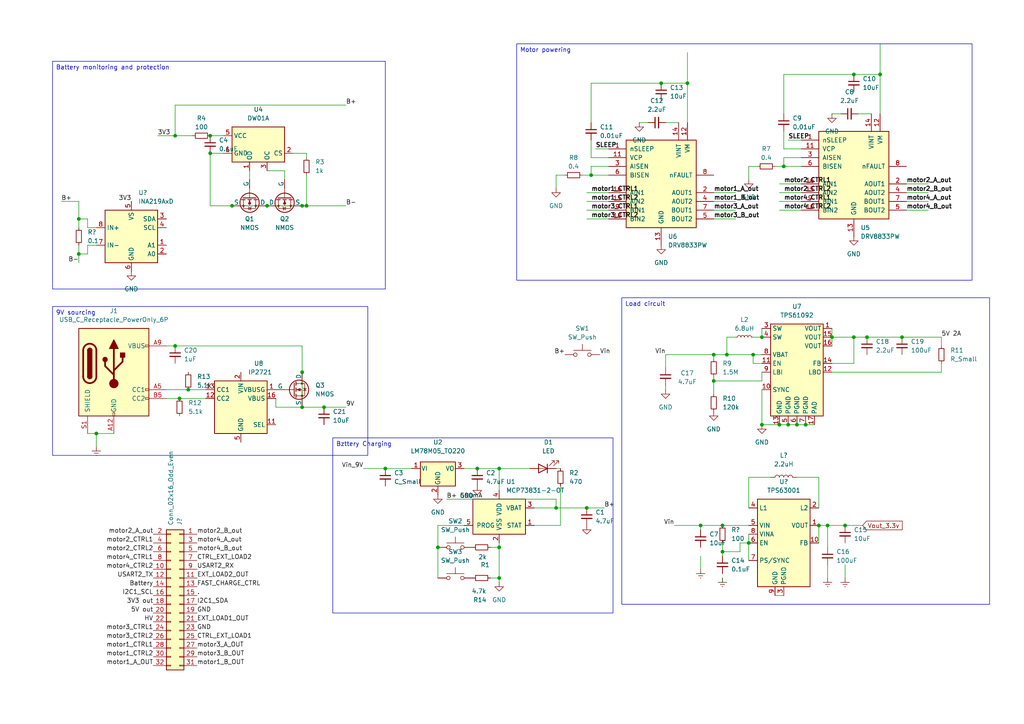
<source format=kicad_sch>
(kicad_sch (version 20250114) (generator "eeschema") (generator_version "9.0")
  (paper "A4")
  (lib_symbols
    (symbol "Analog_ADC:INA219AxD"
      (property "Reference" "U" (at -6.35 8.89 0))
      (property "Value" "INA219AxD" (at 5.08 8.89 0))
      (symbol "INA219AxD_1_1"
        (pin input line (at -10.16 2.54 0) (length 2.54) (name "IN+") (number "8"))
        (pin input line (at -10.16 -2.54 0) (length 2.54) (name "IN-") (number "7"))
        (pin power_in line (at 0 10.16 270) (length 2.54) (name "VS") (number "5"))
        (pin power_in line (at 0 -10.16 90) (length 2.54) (name "GND") (number "6"))
        (pin bidirectional line (at 10.16 5.08 180) (length 2.54) (name "SDA") (number "3"))
        (pin input line (at 10.16 2.54 180) (length 2.54) (name "SCL") (number "4"))
        (pin input line (at 10.16 -2.54 180) (length 2.54) (name "A1") (number "1"))
        (pin input line (at 10.16 -5.08 180) (length 2.54) (name "A0") (number "2"))
      )
    )
    (symbol "Battery_Management:DW01A"
      (property "Reference" "U" (at -6.604 6.35 0))
      (property "Value" "DW01A" (at 4.318 6.604 0))
      (symbol "DW01A_0_1"
        (pin power_in line (at -10.16 2.54 0) (length 2.54) (name "VCC") (number "5"))
        (pin power_in line (at -10.16 -2.54 0) (length 2.54) (name "GND") (number "6"))
        (pin output line (at -2.54 -7.62 90) (length 2.54) (name "OD") (number "1"))
        (pin output line (at 2.54 -7.62 90) (length 2.54) (name "OC") (number "3"))
        (pin input line (at 10.16 -2.54 180) (length 2.54) (name "CS") (number "2"))
      )
      (symbol "DW01A_1_1"
        (pin no_connect line (at 10.16 2.54 180) (length 2.54) (hide yes) (name "TD") (number "4"))
      )
    )
    (symbol "Battery_Management:MCP73831-2-OT" (pin_names (offset 1.016))
      (property "Reference" "U" (at -7.62 6.35 0))
      (property "Value" "MCP73831-2-OT" (at 1.27 6.35 0))
      (symbol "MCP73831-2-OT_1_1"
        (pin input line (at -10.16 -2.54 0) (length 2.54) (name "PROG") (number "5"))
        (pin power_in line (at 0 7.62 270) (length 2.54) (name "VDD") (number "4"))
        (pin power_in line (at 0 -7.62 90) (length 2.54) (name "VSS") (number "2"))
        (pin power_out line (at 10.16 2.54 180) (length 2.54) (name "VBAT") (number "3"))
        (pin output line (at 10.16 -2.54 180) (length 2.54) (name "STAT") (number "1"))
      )
    )
    (symbol "Connector:USB_C_Receptacle_PowerOnly_6P" (pin_names (offset 1.016))
      (property "Reference" "J" (at 0 16.51 0))
      (property "Value" "USB_C_Receptacle_PowerOnly_6P" (at 0 13.97 0))
      (symbol "USB_C_Receptacle_PowerOnly_6P_1_1"
        (pin passive line (at -7.62 -17.78 90) (length 5.08) (name "SHIELD") (number "S1"))
        (pin passive line (at 0 -17.78 90) (length 5.08) (name "GND") (number "A12"))
        (pin passive line (at 0 -17.78 90) (length 5.08) (hide yes) (name "GND") (number "B12"))
        (pin passive line (at 15.24 7.62 180) (length 5.08) (name "VBUS") (number "A9"))
        (pin passive line (at 15.24 7.62 180) (length 5.08) (hide yes) (name "VBUS") (number "B9"))
        (pin bidirectional line (at 15.24 -5.08 180) (length 5.08) (name "CC1") (number "A5"))
        (pin bidirectional line (at 15.24 -7.62 180) (length 5.08) (name "CC2") (number "B5"))
      )
    )
    (symbol "Connector_Generic:Conn_02x16_Odd_Even" (pin_names (offset 1.016) (hide yes))
      (property "Reference" "J" (at 1.27 20.32 0))
      (property "Value" "Conn_02x16_Odd_Even" (at 1.27 -22.86 0))
      (symbol "Conn_02x16_Odd_Even_1_1"
        (pin passive line (at -5.08 17.78 0) (length 3.81) (name "Pin_1") (number "1"))
        (pin passive line (at -5.08 15.24 0) (length 3.81) (name "Pin_3") (number "3"))
        (pin passive line (at -5.08 12.7 0) (length 3.81) (name "Pin_5") (number "5"))
        (pin passive line (at -5.08 10.16 0) (length 3.81) (name "Pin_7") (number "7"))
        (pin passive line (at -5.08 7.62 0) (length 3.81) (name "Pin_9") (number "9"))
        (pin passive line (at -5.08 5.08 0) (length 3.81) (name "Pin_11") (number "11"))
        (pin passive line (at -5.08 2.54 0) (length 3.81) (name "Pin_13") (number "13"))
        (pin passive line (at -5.08 0 0) (length 3.81) (name "Pin_15") (number "15"))
        (pin passive line (at -5.08 -2.54 0) (length 3.81) (name "Pin_17") (number "17"))
        (pin passive line (at -5.08 -5.08 0) (length 3.81) (name "Pin_19") (number "19"))
        (pin passive line (at -5.08 -7.62 0) (length 3.81) (name "Pin_21") (number "21"))
        (pin passive line (at -5.08 -10.16 0) (length 3.81) (name "Pin_23") (number "23"))
        (pin passive line (at -5.08 -12.7 0) (length 3.81) (name "Pin_25") (number "25"))
        (pin passive line (at -5.08 -15.24 0) (length 3.81) (name "Pin_27") (number "27"))
        (pin passive line (at -5.08 -17.78 0) (length 3.81) (name "Pin_29") (number "29"))
        (pin passive line (at -5.08 -20.32 0) (length 3.81) (name "Pin_31") (number "31"))
        (pin passive line (at 7.62 17.78 180) (length 3.81) (name "Pin_2") (number "2"))
        (pin passive line (at 7.62 15.24 180) (length 3.81) (name "Pin_4") (number "4"))
        (pin passive line (at 7.62 12.7 180) (length 3.81) (name "Pin_6") (number "6"))
        (pin passive line (at 7.62 10.16 180) (length 3.81) (name "Pin_8") (number "8"))
        (pin passive line (at 7.62 7.62 180) (length 3.81) (name "Pin_10") (number "10"))
        (pin passive line (at 7.62 5.08 180) (length 3.81) (name "Pin_12") (number "12"))
        (pin passive line (at 7.62 2.54 180) (length 3.81) (name "Pin_14") (number "14"))
        (pin passive line (at 7.62 0 180) (length 3.81) (name "Pin_16") (number "16"))
        (pin passive line (at 7.62 -2.54 180) (length 3.81) (name "Pin_18") (number "18"))
        (pin passive line (at 7.62 -5.08 180) (length 3.81) (name "Pin_20") (number "20"))
        (pin passive line (at 7.62 -7.62 180) (length 3.81) (name "Pin_22") (number "22"))
        (pin passive line (at 7.62 -10.16 180) (length 3.81) (name "Pin_24") (number "24"))
        (pin passive line (at 7.62 -12.7 180) (length 3.81) (name "Pin_26") (number "26"))
        (pin passive line (at 7.62 -15.24 180) (length 3.81) (name "Pin_28") (number "28"))
        (pin passive line (at 7.62 -17.78 180) (length 3.81) (name "Pin_30") (number "30"))
        (pin passive line (at 7.62 -20.32 180) (length 3.81) (name "Pin_32") (number "32"))
      )
    )
    (symbol "Device:C_Small" (pin_numbers (hide yes)) (pin_names (offset 0.254) (hide yes))
      (property "Reference" "C" (at 0.254 1.778 0))
      (property "Value" "C_Small" (at 0.254 -2.032 0))
      (symbol "C_Small_1_1"
        (pin passive line (at 0 2.54 270) (length 2.032) (name "~") (number "1"))
        (pin passive line (at 0 -2.54 90) (length 2.032) (name "~") (number "2"))
      )
    )
    (symbol "Device:L" (pin_numbers (hide yes)) (pin_names (offset 1.016) (hide yes))
      (property "Reference" "L" (at -1.27 0 90))
      (property "Value" "L" (at 1.905 0 90))
      (symbol "L_1_1"
        (pin passive line (at 0 3.81 270) (length 1.27) (name "1") (number "1"))
        (pin passive line (at 0 -3.81 90) (length 1.27) (name "2") (number "2"))
      )
    )
    (symbol "Device:LED" (pin_numbers (hide yes)) (pin_names (offset 1.016) (hide yes))
      (property "Reference" "D" (at 0 2.54 0))
      (property "Value" "LED" (at 0 -2.54 0))
      (symbol "LED_1_1"
        (pin passive line (at -3.81 0 0) (length 2.54) (name "K") (number "1"))
        (pin passive line (at 3.81 0 180) (length 2.54) (name "A") (number "2"))
      )
    )
    (symbol "Device:L_Small" (pin_numbers (hide yes)) (pin_names (offset 0.254) (hide yes))
      (property "Reference" "L" (at 0.762 1.016 0))
      (property "Value" "L_Small" (at 0.762 -1.016 0))
      (symbol "L_Small_1_1"
        (pin passive line (at 0 2.54 270) (length 0.508) (name "~") (number "1"))
        (pin passive line (at 0 -2.54 90) (length 0.508) (name "~") (number "2"))
      )
    )
    (symbol "Device:R_Small" (pin_numbers (hide yes)) (pin_names (offset 0.254) (hide yes))
      (property "Reference" "R" (at 0.762 0.508 0))
      (property "Value" "R_Small" (at 0.762 -1.016 0))
      (symbol "R_Small_1_1"
        (pin passive line (at 0 2.54 270) (length 0.762) (name "~") (number "1"))
        (pin passive line (at 0 -2.54 90) (length 0.762) (name "~") (number "2"))
      )
    )
    (symbol "Driver_Motor:DRV8833PW" (pin_names (offset 1.016))
      (property "Reference" "U" (at -3.81 16.51 0))
      (property "Value" "DRV8833PW" (at -3.81 13.97 0))
      (symbol "DRV8833PW_1_1"
        (pin input line (at -15.24 10.16 0) (length 5.08) (name "nSLEEP") (number "1"))
        (pin bidirectional line (at -15.24 7.62 0) (length 5.08) (name "VCP") (number "11"))
        (pin bidirectional line (at -15.24 5.08 0) (length 5.08) (name "AISEN") (number "3"))
        (pin bidirectional line (at -15.24 2.54 0) (length 5.08) (name "BISEN") (number "6"))
        (pin input line (at -15.24 -2.54 0) (length 5.08) (name "AIN1") (number "16"))
        (pin input line (at -15.24 -5.08 0) (length 5.08) (name "AIN2") (number "15"))
        (pin input line (at -15.24 -7.62 0) (length 5.08) (name "BIN1") (number "9"))
        (pin input line (at -15.24 -10.16 0) (length 5.08) (name "BIN2") (number "10"))
        (pin power_in line (at 0 -17.78 90) (length 5.08) (name "GND") (number "13"))
        (pin power_in line (at 5.08 17.78 270) (length 5.08) (name "VINT") (number "14"))
        (pin power_in line (at 7.62 17.78 270) (length 5.08) (name "VM") (number "12"))
        (pin open_collector line (at 15.24 2.54 180) (length 5.08) (name "nFAULT") (number "8"))
        (pin power_out line (at 15.24 -2.54 180) (length 5.08) (name "AOUT1") (number "2"))
        (pin power_out line (at 15.24 -5.08 180) (length 5.08) (name "AOUT2") (number "4"))
        (pin power_out line (at 15.24 -7.62 180) (length 5.08) (name "BOUT1") (number "7"))
        (pin power_out line (at 15.24 -10.16 180) (length 5.08) (name "BOUT2") (number "5"))
      )
    )
    (symbol "GND_2" (power) (pin_numbers (hide yes)) (pin_names (offset 0) (hide yes))
      (property "Value" "GND" (at 0 -3.81 0))
      (symbol "GND_2_1_1"
        (pin power_in line (at 0 0 270) (length 0) (name "~") (number "1"))
      )
    )
    (symbol "GND_4" (power) (pin_numbers (hide yes)) (pin_names (offset 0) (hide yes))
      (property "Value" "GND" (at 0 -3.81 0))
      (symbol "GND_4_1_1"
        (pin power_in line (at 0 0 270) (length 0) (name "~") (number "1"))
      )
    )
    (symbol "Interface_USB:IP2721"
      (property "Reference" "U" (at 5.08 -10.16 0))
      (property "Value" "IP2721" (at 7.62 -12.7 0))
      (symbol "IP2721_1_1"
        (pin bidirectional line (at -10.16 5.08 0) (length 2.54) (name "CC1") (number "13"))
        (pin bidirectional line (at -10.16 2.54 0) (length 2.54) (name "CC2") (number "12"))
        (pin no_connect line (at -7.62 -2.54 0) (length 2.54) (hide yes) (name "NC") (number "4"))
        (pin no_connect line (at -5.08 7.62 270) (length 2.54) (hide yes) (name "NC") (number "3"))
        (pin no_connect line (at -5.08 -7.62 90) (length 2.54) (hide yes) (name "NC") (number "9"))
        (pin no_connect line (at -2.54 7.62 270) (length 2.54) (hide yes) (name "NC") (number "6"))
        (pin no_connect line (at -2.54 -7.62 90) (length 2.54) (hide yes) (name "NC") (number "10"))
        (pin power_in line (at 0 10.16 270) (length 2.54) (name "VIN") (number "2"))
        (pin power_in line (at 0 -10.16 90) (length 2.54) (name "GND") (number "5"))
        (pin no_connect line (at 2.54 7.62 270) (length 2.54) (hide yes) (name "NC") (number "7"))
        (pin no_connect line (at 2.54 -7.62 90) (length 2.54) (hide yes) (name "NC") (number "14"))
        (pin no_connect line (at 5.08 7.62 270) (length 2.54) (hide yes) (name "NC") (number "8"))
        (pin no_connect line (at 5.08 -7.62 90) (length 2.54) (hide yes) (name "NC") (number "15"))
        (pin output line (at 10.16 5.08 180) (length 2.54) (name "VBUSG") (number "1"))
        (pin input line (at 10.16 2.54 180) (length 2.54) (name "VBUS") (number "16"))
        (pin input line (at 10.16 -5.08 180) (length 2.54) (name "SEL") (number "11"))
      )
    )
    (symbol "Regulator_Linear:LM78M05_TO220" (pin_names (offset 0.254))
      (property "Reference" "U" (at -3.81 3.175 0))
      (property "Value" "LM78M05_TO220" (at 0 3.175 0))
      (symbol "LM78M05_TO220_1_1"
        (pin power_in line (at -7.62 0 0) (length 2.54) (name "VI") (number "1"))
        (pin power_in line (at 0 -7.62 90) (length 2.54) (name "GND") (number "2"))
        (pin power_out line (at 7.62 0 180) (length 2.54) (name "VO") (number "3"))
      )
    )
    (symbol "Regulator_Switching:TPS61092"
      (property "Reference" "U" (at -7.62 15.24 0))
      (property "Value" "TPS61092" (at 1.27 15.24 0))
      (symbol "TPS61092_0_0"
        (pin passive line (at -10.16 12.7 0) (length 2.54) (name "SW") (number "3"))
        (pin passive line (at -10.16 10.16 0) (length 2.54) (name "SW") (number "4"))
        (pin power_in line (at -10.16 5.08 0) (length 2.54) (name "VBAT") (number "8"))
        (pin input line (at -10.16 2.54 0) (length 2.54) (name "EN") (number "11"))
        (pin input line (at -10.16 0 0) (length 2.54) (name "LBI") (number "9"))
        (pin input line (at -10.16 -5.08 0) (length 2.54) (name "SYNC") (number "10"))
        (pin power_in line (at -5.08 -15.24 90) (length 2.54) (name "GND") (number "13"))
        (pin power_in line (at -2.54 -15.24 90) (length 2.54) (name "PGND") (number "5"))
        (pin power_in line (at 0 -15.24 90) (length 2.54) (name "PGND") (number "6"))
        (pin power_in line (at 2.54 -15.24 90) (length 2.54) (name "PGND") (number "7"))
        (pin power_in line (at 5.08 -15.24 90) (length 2.54) (name "PAD") (number "17"))
        (pin power_out line (at 10.16 12.7 180) (length 2.54) (name "VOUT") (number "1"))
        (pin passive line (at 10.16 10.16 180) (length 2.54) (name "VOUT") (number "15"))
        (pin passive line (at 10.16 7.62 180) (length 2.54) (name "VOUT") (number "16"))
        (pin input line (at 10.16 2.54 180) (length 2.54) (name "FB") (number "14"))
        (pin open_collector line (at 10.16 0 180) (length 2.54) (name "LBO") (number "12"))
        (pin no_connect line (at 10.16 -5.08 180) (length 2.54) (hide yes) (name "NC") (number "2"))
      )
    )
    (symbol "Regulator_Switching:TPS61202DRC"
      (property "Reference" "U" (at -10.16 8.89 0))
      (property "Value" "TPS61202DRC" (at -2.54 8.89 0))
      (symbol "TPS61202DRC_1_1"
        (pin power_in line (at -10.16 5.08 0) (length 2.54) (name "VIN") (number "5"))
        (pin input line (at -10.16 2.54 0) (length 2.54) (name "EN") (number "6"))
        (pin input line (at -10.16 0 0) (length 2.54) (name "PS") (number "8"))
        (pin input line (at -10.16 -2.54 0) (length 2.54) (name "UVLO") (number "7"))
        (pin power_in line (at -2.54 -12.7 90) (length 2.54) (name "GND") (number "9"))
        (pin power_in line (at 0 -12.7 90) (length 2.54) (name "PAD") (number "11"))
        (pin power_in line (at 2.54 -12.7 90) (length 2.54) (name "PGND") (number "4"))
        (pin input line (at 10.16 5.08 180) (length 2.54) (name "L") (number "3"))
        (pin power_out line (at 10.16 2.54 180) (length 2.54) (name "VOUT") (number "2"))
        (pin bidirectional line (at 10.16 0 180) (length 2.54) (name "VAUX") (number "1"))
        (pin input line (at 10.16 -5.08 180) (length 2.54) (name "FB") (number "10"))
      )
    )
    (symbol "Regulator_Switching:TPS63001"
      (property "Reference" "U" (at -7.62 13.97 0))
      (property "Value" "TPS63001" (at 5.08 13.97 0))
      (symbol "TPS63001_1_1"
        (pin input line (at -10.16 10.16 0) (length 2.54) (name "L1") (number "4"))
        (pin power_in line (at -10.16 5.08 0) (length 2.54) (name "VIN") (number "5"))
        (pin power_in line (at -10.16 2.54 0) (length 2.54) (name "VINA") (number "8"))
        (pin input line (at -10.16 0 0) (length 2.54) (name "EN") (number "6"))
        (pin input line (at -10.16 -5.08 0) (length 2.54) (name "PS/SYNC") (number "7"))
        (pin power_in line (at -2.54 -15.24 90) (length 2.54) (name "GND") (number "9"))
        (pin passive line (at 0 -15.24 90) (length 2.54) (hide yes) (name "PGND") (number "11"))
        (pin power_in line (at 0 -15.24 90) (length 2.54) (name "PGND") (number "3"))
        (pin input line (at 10.16 10.16 180) (length 2.54) (name "L2") (number "2"))
        (pin power_out line (at 10.16 5.08 180) (length 2.54) (name "VOUT") (number "1"))
        (pin input line (at 10.16 0 180) (length 2.54) (name "FB") (number "10"))
      )
    )
    (symbol "Simulation_SPICE:NMOS" (pin_numbers (hide yes)) (pin_names (offset 0))
      (property "Reference" "Q" (at 5.08 1.27 0))
      (property "Value" "NMOS" (at 5.08 -1.27 0))
      (symbol "NMOS_1_1"
        (pin input line (at -5.08 0 0) (length 2.54) (name "G") (number "2"))
        (pin passive line (at 2.54 5.08 270) (length 2.54) (name "D") (number "1"))
        (pin passive line (at 2.54 -5.08 90) (length 2.54) (name "S") (number "3"))
      )
    )
    (symbol "Switch:SW_Push" (pin_numbers (hide yes)) (pin_names (offset 1.016) (hide yes))
      (property "Reference" "SW" (at 1.27 2.54 0))
      (property "Value" "SW_Push" (at 0 -1.524 0))
      (symbol "SW_Push_0_1"
        (pin passive line (at -5.08 0 0) (length 2.54) (name "1") (number "1"))
        (pin passive line (at 5.08 0 180) (length 2.54) (name "2") (number "2"))
      )
    )
    (symbol "power:Earth" (power) (pin_names (offset 0))
      (symbol "Earth_1_1"
        (pin power_in line (at 0 0 270) (length 0) (hide yes) (name "Earth") (number "1"))
      )
    )
    (symbol "power:GND" (power) (pin_numbers (hide yes)) (pin_names (offset 0) (hide yes))
      (property "Value" "GND" (at 0 -3.81 0))
      (symbol "GND_1_1"
        (pin power_in line (at 0 0 270) (length 0) (name "~") (number "1"))
      )
    )
  )
  (text_box "Motor powering\n" (at 149.86 12.7 0) (size 132.08 68.58) (margins 0.9525 0.9525 0.9525 0.9525) (effects (font (size 1.27 1.27)) (justify left top)))
  (text_box "Battery monitoring and protection" (at 15.24 17.78 0) (size 96.52 66.04) (margins 0.9525 0.9525 0.9525 0.9525) (effects (font (size 1.27 1.27)) (justify left top)))
  (text_box "9V sourcing\n" (at 15.24 88.9 0) (size 91.44 43.18) (margins 0.9525 0.9525 0.9525 0.9525) (effects (font (size 1.27 1.27)) (justify left top)))
  (text_box "Load circuit\n" (at 180.34 86.36 0) (size 106.68 88.9) (margins 0.9525 0.9525 0.9525 0.9525) (effects (font (size 1.27 1.27)) (justify left top)))
  (text_box "Bzttery Charging" (at 96.52 127 0) (size 81.28 50.8) (margins 0.9525 0.9525 0.9525 0.9525) (effects (font (size 1.27 1.27)) (justify left top)))
  (junction (at 327.66 160.02))
  (junction (at 220.98 123.19))
  (junction (at 217.17 157.48))
  (junction (at 171.45 50.8))
  (junction (at 50.8 39.37))
  (junction (at 220.98 97.79))
  (junction (at 144.78 135.89))
  (junction (at 170.18 147.32))
  (junction (at 87.63 59.69))
  (junction (at 228.6 123.19))
  (junction (at 210.82 102.87))
  (junction (at 240.03 152.4))
  (junction (at 88.9 59.69))
  (junction (at 226.06 123.19))
  (junction (at 317.5 157.48))
  (junction (at 261.62 97.79))
  (junction (at 231.14 123.19))
  (junction (at 50.8 100.33))
  (junction (at 87.63 118.11))
  (junction (at 241.3 97.79))
  (junction (at 199.39 24.13))
  (junction (at 247.65 21.59))
  (junction (at 203.2 152.4))
  (junction (at 22.86 63.5))
  (junction (at 60.96 44.45))
  (junction (at 22.86 73.66))
  (junction (at 218.44 102.87))
  (junction (at 247.65 97.79))
  (junction (at 209.55 152.4))
  (junction (at 60.96 39.37))
  (junction (at 227.33 48.26))
  (junction (at 27.94 125.73))
  (junction (at 52.07 115.57))
  (junction (at 54.61 113.03))
  (junction (at 340.36 180.34))
  (junction (at 127 158.75))
  (junction (at 111.76 135.89))
  (junction (at 245.11 152.4))
  (junction (at 144.78 167.64))
  (junction (at 207.01 102.87))
  (junction (at 161.29 147.32))
  (junction (at 317.5 167.64))
  (junction (at 138.43 135.89))
  (junction (at 67.31 59.69))
  (junction (at 255.27 21.59))
  (junction (at 191.77 24.13))
  (junction (at 144.78 158.75))
  (junction (at 207.01 110.49))
  (junction (at 251.46 97.79))
  (junction (at 77.47 59.69))
  (junction (at 327.66 162.56))
  (junction (at 353.06 162.56))
  (junction (at 327.66 157.48))
  (junction (at 87.63 107.95))
  (junction (at 209.55 160.02))
  (junction (at 237.49 152.4))
  (junction (at 93.98 118.11))
  (junction (at 233.68 123.19))
  (wire (pts (xy 127 152.4) (xy 127 158.75)))
  (wire (pts (xy 172.72 43.18) (xy 176.53 43.18)))
  (wire (pts (xy 207.01 102.87) (xy 207.01 104.14)))
  (wire (pts (xy 214.63 160.02) (xy 209.55 160.02)))
  (wire (pts (xy 48.26 115.57) (xy 52.07 115.57)))
  (wire (pts (xy 337.82 177.8) (xy 337.82 180.34)))
  (wire (pts (xy 60.96 59.69) (xy 60.96 44.45)))
  (wire (pts (xy 25.4 66.04) (xy 25.4 63.5)))
  (wire (pts (xy 220.98 123.19) (xy 226.06 123.19)))
  (wire (pts (xy 273.05 105.41) (xy 273.05 107.95)))
  (wire (pts (xy 327.66 162.56) (xy 327.66 165.1)))
  (wire (pts (xy 303.53 166.37) (xy 303.53 167.64)))
  (wire (pts (xy 327.66 157.48) (xy 327.66 160.02)))
  (wire (pts (xy 210.82 102.87) (xy 218.44 102.87)))
  (wire (pts (xy 207.01 58.42) (xy 213.36 58.42)))
  (wire (pts (xy 134.62 152.4) (xy 127 152.4)))
  (wire (pts (xy 93.98 118.11) (xy 100.33 118.11)))
  (wire (pts (xy 77.47 49.53) (xy 82.55 49.53)))
  (wire (pts (xy 203.2 161.29) (xy 203.2 165.1)))
  (wire (pts (xy 22.86 73.66) (xy 22.86 76.2)))
  (wire (pts (xy 154.94 147.32) (xy 161.29 147.32)))
  (wire (pts (xy 303.53 157.48) (xy 317.5 157.48)))
  (wire (pts (xy 241.3 95.25) (xy 241.3 97.79)))
  (wire (pts (xy 85.09 44.45) (xy 88.9 44.45)))
  (wire (pts (xy 199.39 24.13) (xy 199.39 35.56)))
  (wire (pts (xy 72.39 49.53) (xy 72.39 52.07)))
  (wire (pts (xy 203.2 152.4) (xy 209.55 152.4)))
  (wire (pts (xy 48.26 113.03) (xy 54.61 113.03)))
  (wire (pts (xy 193.04 102.87) (xy 193.04 106.68)))
  (wire (pts (xy 226.06 55.88) (xy 232.41 55.88)))
  (wire (pts (xy 241.3 105.41) (xy 247.65 105.41)))
  (wire (pts (xy 227.33 33.02) (xy 227.33 21.59)))
  (wire (pts (xy 223.52 138.43) (xy 217.17 138.43)))
  (wire (pts (xy 176.53 48.26) (xy 171.45 48.26)))
  (wire (pts (xy 195.58 152.4) (xy 203.2 152.4)))
  (wire (pts (xy 88.9 44.45) (xy 88.9 45.72)))
  (wire (pts (xy 226.06 53.34) (xy 232.41 53.34)))
  (wire (pts (xy 237.49 152.4) (xy 237.49 157.48)))
  (wire (pts (xy 50.8 30.48) (xy 100.33 30.48)))
  (wire (pts (xy 207.01 109.22) (xy 207.01 110.49)))
  (wire (pts (xy 144.78 142.24) (xy 144.78 135.89)))
  (wire (pts (xy 262.89 58.42) (xy 269.24 58.42)))
  (wire (pts (xy 170.18 58.42) (xy 176.53 58.42)))
  (wire (pts (xy 17.78 58.42) (xy 22.86 58.42)))
  (wire (pts (xy 213.36 97.79) (xy 210.82 97.79)))
  (wire (pts (xy 350.52 170.18) (xy 353.06 170.18)))
  (wire (pts (xy 247.65 105.41) (xy 247.65 97.79)))
  (wire (pts (xy 25.4 71.12) (xy 25.4 73.66)))
  (wire (pts (xy 161.29 50.8) (xy 161.29 54.61)))
  (wire (pts (xy 142.24 158.75) (xy 144.78 158.75)))
  (wire (pts (xy 219.71 48.26) (xy 217.17 48.26)))
  (wire (pts (xy 144.78 135.89) (xy 153.67 135.89)))
  (wire (pts (xy 171.45 50.8) (xy 168.91 50.8)))
  (wire (pts (xy 209.55 152.4) (xy 217.17 152.4)))
  (wire (pts (xy 161.29 147.32) (xy 161.29 144.78)))
  (wire (pts (xy 171.45 35.56) (xy 171.45 24.13)))
  (wire (pts (xy 220.98 110.49) (xy 207.01 110.49)))
  (wire (pts (xy 232.41 43.18) (xy 227.33 43.18)))
  (wire (pts (xy 207.01 110.49) (xy 207.01 114.3)))
  (wire (pts (xy 170.18 147.32) (xy 175.26 147.32)))
  (wire (pts (xy 317.5 167.64) (xy 317.5 168.91)))
  (wire (pts (xy 170.18 63.5) (xy 176.53 63.5)))
  (wire (pts (xy 191.77 24.13) (xy 199.39 24.13)))
  (wire (pts (xy 317.5 167.64) (xy 330.2 167.64)))
  (wire (pts (xy 255.27 12.7) (xy 255.27 21.59)))
  (wire (pts (xy 227.33 21.59) (xy 247.65 21.59)))
  (wire (pts (xy 220.98 97.79) (xy 218.44 97.79)))
  (wire (pts (xy 88.9 59.69) (xy 100.33 59.69)))
  (wire (pts (xy 350.52 165.1) (xy 355.6 165.1)))
  (wire (pts (xy 88.9 50.8) (xy 88.9 59.69)))
  (wire (pts (xy 45.72 39.37) (xy 50.8 39.37)))
  (wire (pts (xy 226.06 58.42) (xy 232.41 58.42)))
  (wire (pts (xy 227.33 45.72) (xy 227.33 48.26)))
  (wire (pts (xy 176.53 45.72) (xy 171.45 45.72)))
  (wire (pts (xy 248.92 33.02) (xy 252.73 33.02)))
  (wire (pts (xy 220.98 95.25) (xy 220.98 97.79)))
  (wire (pts (xy 52.07 115.57) (xy 59.69 115.57)))
  (wire (pts (xy 237.49 147.32) (xy 237.49 138.43)))
  (wire (pts (xy 142.24 167.64) (xy 144.78 167.64)))
  (wire (pts (xy 171.45 24.13) (xy 191.77 24.13)))
  (wire (pts (xy 27.94 125.73) (xy 27.94 129.54)))
  (wire (pts (xy 240.03 163.83) (xy 240.03 167.64)))
  (wire (pts (xy 22.86 63.5) (xy 22.86 58.42)))
  (wire (pts (xy 255.27 21.59) (xy 255.27 33.02)))
  (wire (pts (xy 327.66 160.02) (xy 327.66 162.56)))
  (wire (pts (xy 317.5 157.48) (xy 327.66 157.48)))
  (wire (pts (xy 241.3 97.79) (xy 247.65 97.79)))
  (wire (pts (xy 54.61 113.03) (xy 59.69 113.03)))
  (wire (pts (xy 193.04 111.76) (xy 193.04 113.03)))
  (wire (pts (xy 227.33 48.26) (xy 224.79 48.26)))
  (wire (pts (xy 353.06 170.18) (xy 353.06 162.56)))
  (wire (pts (xy 346.71 152.4) (xy 353.06 152.4)))
  (wire (pts (xy 25.4 73.66) (xy 22.86 73.66)))
  (wire (pts (xy 241.3 33.02) (xy 243.84 33.02)))
  (wire (pts (xy 161.29 144.78) (xy 129.54 144.78)))
  (wire (pts (xy 220.98 107.95) (xy 220.98 110.49)))
  (wire (pts (xy 27.94 66.04) (xy 25.4 66.04)))
  (wire (pts (xy 87.63 59.69) (xy 77.47 59.69)))
  (wire (pts (xy 218.44 102.87) (xy 220.98 102.87)))
  (wire (pts (xy 232.41 48.26) (xy 227.33 48.26)))
  (wire (pts (xy 340.36 177.8) (xy 340.36 180.34)))
  (wire (pts (xy 209.55 157.48) (xy 209.55 160.02)))
  (wire (pts (xy 209.55 168.91) (xy 209.55 167.64)))
  (wire (pts (xy 237.49 138.43) (xy 231.14 138.43)))
  (wire (pts (xy 342.9 177.8) (xy 342.9 180.34)))
  (wire (pts (xy 237.49 152.4) (xy 240.03 152.4)))
  (wire (pts (xy 193.04 102.87) (xy 207.01 102.87)))
  (wire (pts (xy 80.01 115.57) (xy 80.01 118.11)))
  (wire (pts (xy 207.01 60.96) (xy 213.36 60.96)))
  (wire (pts (xy 217.17 138.43) (xy 217.17 147.32)))
  (wire (pts (xy 144.78 167.64) (xy 144.78 168.91)))
  (wire (pts (xy 350.52 162.56) (xy 353.06 162.56)))
  (wire (pts (xy 50.8 39.37) (xy 50.8 30.48)))
  (wire (pts (xy 60.96 39.37) (xy 64.77 39.37)))
  (wire (pts (xy 245.11 163.83) (xy 245.11 167.64)))
  (wire (pts (xy 218.44 105.41) (xy 218.44 102.87)))
  (wire (pts (xy 27.94 125.73) (xy 33.02 125.73)))
  (wire (pts (xy 340.36 180.34) (xy 342.9 180.34)))
  (wire (pts (xy 60.96 44.45) (xy 64.77 44.45)))
  (wire (pts (xy 77.47 59.69) (xy 67.31 59.69)))
  (wire (pts (xy 262.89 53.34) (xy 269.24 53.34)))
  (wire (pts (xy 217.17 48.26) (xy 217.17 52.07)))
  (wire (pts (xy 232.41 45.72) (xy 227.33 45.72)))
  (wire (pts (xy 241.3 107.95) (xy 273.05 107.95)))
  (wire (pts (xy 161.29 135.89) (xy 162.56 135.89)))
  (wire (pts (xy 240.03 152.4) (xy 240.03 158.75)))
  (wire (pts (xy 231.14 123.19) (xy 233.68 123.19)))
  (wire (pts (xy 207.01 63.5) (xy 213.36 63.5)))
  (wire (pts (xy 22.86 71.12) (xy 22.86 73.66)))
  (wire (pts (xy 226.06 60.96) (xy 232.41 60.96)))
  (wire (pts (xy 48.26 100.33) (xy 50.8 100.33)))
  (wire (pts (xy 55.88 39.37) (xy 50.8 39.37)))
  (wire (pts (xy 214.63 157.48) (xy 217.17 157.48)))
  (wire (pts (xy 144.78 158.75) (xy 144.78 157.48)))
  (wire (pts (xy 228.6 123.19) (xy 231.14 123.19)))
  (wire (pts (xy 327.66 160.02) (xy 330.2 160.02)))
  (wire (pts (xy 80.01 118.11) (xy 87.63 118.11)))
  (wire (pts (xy 317.5 163.83) (xy 317.5 167.64)))
  (wire (pts (xy 327.66 152.4) (xy 327.66 157.48)))
  (wire (pts (xy 163.83 50.8) (xy 161.29 50.8)))
  (wire (pts (xy 176.53 50.8) (xy 171.45 50.8)))
  (wire (pts (xy 203.2 152.4) (xy 203.2 153.67)))
  (wire (pts (xy 317.5 157.48) (xy 317.5 158.75)))
  (wire (pts (xy 162.56 140.97) (xy 162.56 152.4)))
  (wire (pts (xy 261.62 97.79) (xy 273.05 97.79)))
  (wire (pts (xy 210.82 97.79) (xy 210.82 102.87)))
  (wire (pts (xy 303.53 157.48) (xy 303.53 161.29)))
  (wire (pts (xy 262.89 55.88) (xy 269.24 55.88)))
  (wire (pts (xy 87.63 118.11) (xy 93.98 118.11)))
  (wire (pts (xy 25.4 125.73) (xy 27.94 125.73)))
  (wire (pts (xy 82.55 49.53) (xy 82.55 52.07)))
  (wire (pts (xy 227.33 172.72) (xy 224.79 172.72)))
  (wire (pts (xy 138.43 135.89) (xy 144.78 135.89)))
  (wire (pts (xy 27.94 71.12) (xy 25.4 71.12)))
  (wire (pts (xy 227.33 43.18) (xy 227.33 38.1)))
  (wire (pts (xy 353.06 162.56) (xy 360.68 162.56)))
  (wire (pts (xy 247.65 97.79) (xy 251.46 97.79)))
  (wire (pts (xy 87.63 100.33) (xy 87.63 107.95)))
  (wire (pts (xy 251.46 97.79) (xy 261.62 97.79)))
  (wire (pts (xy 220.98 105.41) (xy 218.44 105.41)))
  (wire (pts (xy 273.05 97.79) (xy 273.05 100.33)))
  (wire (pts (xy 247.65 21.59) (xy 255.27 21.59)))
  (wire (pts (xy 134.62 135.89) (xy 138.43 135.89)))
  (wire (pts (xy 233.68 123.19) (xy 236.22 123.19)))
  (wire (pts (xy 327.66 162.56) (xy 330.2 162.56)))
  (wire (pts (xy 111.76 135.89) (xy 119.38 135.89)))
  (wire (pts (xy 217.17 157.48) (xy 217.17 162.56)))
  (wire (pts (xy 50.8 100.33) (xy 87.63 100.33)))
  (wire (pts (xy 217.17 154.94) (xy 217.17 157.48)))
  (wire (pts (xy 87.63 107.95) (xy 87.63 118.11)))
  (wire (pts (xy 262.89 60.96) (xy 269.24 60.96)))
  (wire (pts (xy 144.78 158.75) (xy 144.78 167.64)))
  (wire (pts (xy 226.06 123.19) (xy 228.6 123.19)))
  (wire (pts (xy 185.42 35.56) (xy 187.96 35.56)))
  (wire (pts (xy 25.4 63.5) (xy 22.86 63.5)))
  (wire (pts (xy 170.18 55.88) (xy 176.53 55.88)))
  (wire (pts (xy 327.66 152.4) (xy 339.09 152.4)))
  (wire (pts (xy 162.56 152.4) (xy 154.94 152.4)))
  (wire (pts (xy 207.01 55.88) (xy 213.36 55.88)))
  (wire (pts (xy 207.01 102.87) (xy 210.82 102.87)))
  (wire (pts (xy 171.45 45.72) (xy 171.45 40.64)))
  (wire (pts (xy 67.31 59.69) (xy 60.96 59.69)))
  (wire (pts (xy 161.29 147.32) (xy 170.18 147.32)))
  (wire (pts (xy 327.66 165.1) (xy 330.2 165.1)))
  (wire (pts (xy 220.98 113.03) (xy 220.98 123.19)))
  (wire (pts (xy 199.39 15.24) (xy 199.39 24.13)))
  (wire (pts (xy 337.82 180.34) (xy 340.36 180.34)))
  (wire (pts (xy 214.63 157.48) (xy 214.63 160.02)))
  (wire (pts (xy 170.18 60.96) (xy 176.53 60.96)))
  (wire (pts (xy 127 158.75) (xy 127 167.64)))
  (wire (pts (xy 228.6 40.64) (xy 232.41 40.64)))
  (wire (pts (xy 353.06 152.4) (xy 353.06 160.02)))
  (wire (pts (xy 240.03 152.4) (xy 245.11 152.4)))
  (wire (pts (xy 171.45 48.26) (xy 171.45 50.8)))
  (wire (pts (xy 22.86 63.5) (xy 22.86 66.04)))
  (wire (pts (xy 193.04 35.56) (xy 196.85 35.56)))
  (wire (pts (xy 350.52 160.02) (xy 353.06 160.02)))
  (wire (pts (xy 241.3 97.79) (xy 241.3 100.33)))
  (wire (pts (xy 245.11 152.4) (xy 250.19 152.4)))
  (wire (pts (xy 209.55 160.02) (xy 209.55 161.29)))
  (wire (pts (xy 88.9 59.69) (xy 87.63 59.69)))
  (wire (pts (xy 105.41 135.89) (xy 111.76 135.89)))
  (label "motor4_A_out" (at 262.89 58.42 0) (effects (font (bold yes))))
  (label "motor4_B_out" (at 262.89 60.96 0) (effects (font (bold yes))))
  (label "motor4_CTRL1" (at 44.45 162.56 180))
  (label "motor2_B_out" (at 262.89 55.88 0) (effects (font (bold yes))))
  (label "GND" (at 57.15 177.8 0))
  (label "motor4_B_out" (at 57.15 160.02 0))
  (label "motor2_CTRL1" (at 227.33 53.34 0) (effects (font (bold yes))))
  (label "Vin" (at 193.04 102.87 180))
  (label "Vin_9V" (at 105.41 135.89 180))
  (label "motor2_A_out" (at 262.89 53.34 0) (effects (font (bold yes))))
  (label "B-" (at 22.86 76.2 180))
  (label "motor1_CTRL1" (at 171.45 55.88 0) (effects (font (bold yes))))
  (label "motor1_A_OUT" (at 44.45 193.04 180))
  (label "EXT_LOAD2_OUT" (at 57.15 167.64 0))
  (label "motor4_CTRL1" (at 227.33 58.42 0) (effects (font (bold yes))))
  (label "motor1_CTRL2" (at 171.45 58.42 0) (effects (font (bold yes))))
  (label "motor2_CTRL1" (at 44.45 157.48 180))
  (label "motor3_CTRL1" (at 171.45 60.96 0) (effects (font (bold yes))))
  (label "motor3_A_out" (at 207.01 60.96 0) (effects (font (bold yes))))
  (label "GND" (at 57.15 182.88 0))
  (label "USART2_RX" (at 57.15 165.1 0))
  (label "motor3_CTRL2" (at 44.45 185.42 180))
  (label "USART2_TX" (at 44.45 167.64 180))
  (label "motor2_CTRL2" (at 44.45 160.02 180))
  (label "I2C1_SDA" (at 57.15 175.26 0))
  (label "motor3_B_out" (at 207.01 63.5 0) (effects (font (bold yes))))
  (label "motor2_A_out" (at 44.45 154.94 180))
  (label "5V 2A" (at 273.05 97.79 0))
  (label "motor1_A_out" (at 207.01 55.88 0) (effects (font (bold yes))))
  (label "B+ " (at 175.26 147.32 0))
  (label "HV" (at 44.45 180.34 180))
  (label "B+" (at 100.33 30.48 0))
  (label "motor1_B_OUT" (at 57.15 193.04 0))
  (label "Vin" (at 173.99 102.87 0))
  (label "." (at 57.15 172.72 0))
  (label "motor3_CTRL1" (at 44.45 182.88 180))
  (label "B-" (at 100.33 59.69 0))
  (label "FAST_CHARGE_CTRL" (at 57.15 170.18 0))
  (label "CTRL_EXT_LOAD2" (at 57.15 162.56 0))
  (label "motor4_CTRL2" (at 44.45 165.1 180))
  (label "motor1_CTRL2" (at 44.45 190.5 180))
  (label "I2C1_SCL" (at 44.45 172.72 180))
  (label "motor3_CTRL2" (at 171.45 63.5 0) (effects (font (bold yes))))
  (label "motor1_CTRL1" (at 44.45 187.96 180))
  (label "B+" (at 303.53 157.48 0))
  (label "CTRL_EXT_LOAD1" (at 57.15 185.42 0))
  (label "motor3_B_OUT" (at 57.15 190.5 0))
  (label "motor2_B_out" (at 57.15 154.94 0))
  (label "Vin" (at 195.58 152.4 180))
  (label "B+" (at 163.83 102.87 180))
  (label "motor2_CTRL2" (at 227.33 55.88 0) (effects (font (bold yes))))
  (label "motor4_A_out" (at 57.15 157.48 0))
  (label "B+ 500mA" (at 129.54 144.78 0))
  (label "SLEEP" (at 228.6 40.64 0) (effects (font (bold yes))))
  (label "EXT_LOAD1_OUT" (at 57.15 180.34 0))
  (label "5V out" (at 44.45 177.8 180))
  (label "3V3" (at 38.1 58.42 180))
  (label "Battery" (at 44.45 170.18 180))
  (label "motor1_B_out" (at 207.01 58.42 0) (effects (font (bold yes))))
  (label "SLEEP" (at 172.72 43.18 0) (effects (font (bold yes))))
  (label "3V3 out" (at 44.45 175.26 180))
  (label "B+" (at 17.78 58.42 0))
  (label "5V_out" (at 360.68 162.56 0))
  (label "motor4_CTRL2" (at 227.33 60.96 0) (effects (font (bold yes))))
  (label "3V3" (at 45.72 39.37 0))
  (label "9V" (at 100.33 118.11 0))
  (label "motor3_A_OUT" (at 57.15 187.96 0))
  (global_label "Vout_3.3v" (shape input) (at 250.19 152.4 0) (property "Intersheetrefs" "${INTERSHEET_REFS}" (effects (hide yes))))
  (symbol (lib_id "Device:C_Small") (at 190.5 35.56 90) (unit 1)
    (property "Reference" "C12" (at 190.5063 29.21 90))
    (property "Value" "2.2uF" (at 190.5063 31.75 90))
    (property "Description" "Unpolarized capacitor, small symbol" (effects (hide yes)))
  )
  (symbol (lib_id "Device:R_Small") (at 317.5 161.29 0) (unit 1)
    (property "Reference" "R5" (at 320.04 160.0199 0) (effects (justify left)))
    (property "Value" "1.5M" (at 320.04 162.5599 0) (effects (justify left)))
    (property "Description" "Resistor, small symbol" (effects (hide yes)))
  )
  (symbol (lib_id "Analog_ADC:INA219AxD") (at 38.1 68.58 0) (unit 1)
    (property "Reference" "U?" (at 40.1194 55.88 0) (effects (justify left)))
    (property "Value" "INA219AxD" (at 40.1194 58.42 0) (effects (justify left)))
    (property "Footprint" "Package_SO:SOIC-8_3.9x4.9mm_P1.27mm" (effects (hide yes)))
    (property "Datasheet" "http://www.ti.com/lit/ds/symlink/ina219.pdf" (effects (hide yes)))
  )
  (symbol (lib_id "power:Earth") (at 209.55 167.64 0) (unit 1)
    (property "Reference" "#PWR?" (effects (hide yes)))
    (property "Value" "Earth" (effects (hide yes)))
  )
  (symbol (lib_id "Device:C_Small") (at 170.18 149.86 0) (unit 1)
    (property "Reference" "C1" (at 172.72 148.5962 0) (effects (justify left)))
    (property "Value" "4.7uF" (at 172.72 151.1362 0) (effects (justify left)))
    (property "Description" "Unpolarized capacitor, small symbol" (effects (hide yes)))
  )
  (symbol (lib_id "power:Earth") (at 27.94 129.54 0) (unit 1)
    (property "Reference" "#PWR014" (effects (hide yes)))
    (property "Value" "Earth" (effects (hide yes)))
  )
  (symbol (lib_id "Device:C_Small") (at 209.55 163.83 0) (unit 1)
    (property "Reference" "C14" (at 212.09 162.5662 0) (effects (justify left)))
    (property "Value" "0.1uF" (at 212.09 165.1062 0) (effects (justify left)))
    (property "Description" "Unpolarized capacitor, small symbol" (effects (hide yes)))
  )
  (symbol (lib_name "GND_2") (lib_id "power:GND") (at 185.42 35.56 0) (unit 1)
    (property "Reference" "#PWR011" (effects (hide yes)))
    (property "Value" "GND" (at 185.42 40.64 0))
    (property "Description" "Power symbol creates a global label with name \"GND\" , ground" (effects (hide yes)))
  )
  (symbol (lib_id "Switch:SW_Push") (at 132.08 167.64 0) (unit 1)
    (property "Reference" "SW3" (at 132.08 160.02 0))
    (property "Value" "SW_Push" (at 132.08 162.56 0))
    (property "Description" "Push button switch, generic, two pins" (effects (hide yes)))
  )
  (symbol (lib_id "Device:R_Small") (at 207.01 116.84 0) (unit 1)
    (property "Reference" "R10" (at 209.55 115.5699 0) (effects (justify left)))
    (property "Value" "120k" (at 209.55 118.1099 0) (effects (justify left)))
    (property "Description" "Resistor, small symbol" (effects (hide yes)))
  )
  (symbol (lib_id "power:GND") (at 317.5 173.99 0) (unit 1)
    (property "Reference" "#PWR017" (effects (hide yes)))
    (property "Value" "GND" (at 317.5 179.07 0))
    (property "Description" "Power symbol creates a global label with name \"GND\" , ground" (effects (hide yes)))
  )
  (symbol (lib_id "Interface_USB:IP2721") (at 69.85 118.11 0) (unit 1)
    (property "Reference" "U8" (at 73.66 105.41 0) (effects (justify left)))
    (property "Value" "IP2721" (at 71.9933 107.95 0) (effects (justify left)))
    (property "Footprint" "Package_SO:TSSOP-16_4.4x5mm_P0.65mm" (effects (hide yes)))
    (property "Datasheet" "https://datasheet.lcsc.com/lcsc/2006111335_INJOINIC-IP2721_C603176.pdf" (effects (hide yes)))
    (property "Description" "USB TYPEC  PD Controller Interface, TSSOP-16" (effects (hide yes)))
  )
  (symbol (lib_id "power:GND") (at 144.78 168.91 0) (unit 1)
    (property "Reference" "#PWR03" (effects (hide yes)))
    (property "Value" "GND" (at 144.78 173.99 0))
    (property "Description" "Power symbol creates a global label with name \"GND\" , ground" (effects (hide yes)))
  )
  (symbol (lib_id "Regulator_Linear:LM78M05_TO220") (at 127 135.89 0) (unit 1)
    (property "Reference" "U2" (at 127 128.27 0))
    (property "Value" "LM78M05_TO220" (at 127 130.81 0))
    (property "Footprint" "Package_TO_SOT_THT:TO-220-3_Vertical" (effects (hide yes)))
    (property "Datasheet" "https://www.onsemi.com/pub/Collateral/MC78M00-D.PDF" (effects (hide yes)))
  )
  (symbol (lib_id "Device:C_Small") (at 227.33 35.56 0) (unit 1)
    (property "Reference" "C9" (at 229.87 34.2962 0) (effects (justify left)))
    (property "Value" "0.01uF" (at 229.87 36.8362 0) (effects (justify left)))
    (property "Description" "Unpolarized capacitor, small symbol" (effects (hide yes)))
  )
  (symbol (lib_id "power:Earth") (at 240.03 167.64 0) (unit 1)
    (property "Reference" "#PWR?" (effects (hide yes)))
    (property "Value" "Earth" (effects (hide yes)))
  )
  (symbol (lib_id "Device:LED") (at 157.48 135.89 180) (unit 1)
    (property "Reference" "D1" (at 159.0675 128.27 0))
    (property "Value" "LED" (at 159.0675 130.81 0))
    (property "Description" "Light emitting diode" (effects (hide yes)))
    (property "Sim.Pins" "1=K 2=A" (effects (hide yes)))
  )
  (symbol (lib_id "Device:C_Small") (at 138.43 138.43 0) (unit 1)
    (property "Reference" "C2" (at 140.97 137.1662 0) (effects (justify left)))
    (property "Value" "4.7uF" (at 140.97 139.7062 0) (effects (justify left)))
    (property "Description" "Unpolarized capacitor, small symbol" (effects (hide yes)))
  )
  (symbol (lib_id "Device:C_Small") (at 261.62 100.33 0) (unit 1)
    (property "Reference" "C19" (at 264.16 99.0662 0) (effects (justify left)))
    (property "Value" "100uF" (at 264.16 101.6062 0) (effects (justify left)))
    (property "Description" "Unpolarized capacitor, small symbol" (effects (hide yes)))
  )
  (symbol (lib_id "Device:R_Small") (at 209.55 154.94 0) (unit 1)
    (property "Reference" "R?" (at 212.09 153.6699 0) (effects (justify left)))
    (property "Value" "100" (at 212.09 156.2099 0) (effects (justify left)))
  )
  (symbol (lib_name "GND_4") (lib_id "power:GND") (at 191.77 71.12 0) (unit 1)
    (property "Reference" "#PWR013" (effects (hide yes)))
    (property "Value" "GND" (at 191.77 76.2 0))
    (property "Description" "Power symbol creates a global label with name \"GND\" , ground" (effects (hide yes)))
  )
  (symbol (lib_id "Device:R_Small") (at 88.9 48.26 0) (unit 1)
    (property "Reference" "R3" (at 91.44 46.9899 0) (effects (justify left)))
    (property "Value" "1k" (at 91.44 49.5299 0) (effects (justify left)))
    (property "Description" "Resistor, small symbol" (effects (hide yes)))
  )
  (symbol (lib_id "Device:C_Small") (at 303.53 163.83 0) (unit 1)
    (property "Reference" "C6" (at 307.848 162.814 0) (effects (justify left)))
    (property "Value" "4.7uF" (at 307.086 165.354 0) (effects (justify left)))
    (property "Description" "Unpolarized capacitor, small symbol" (effects (hide yes)))
  )
  (symbol (lib_id "Device:R_Small") (at 222.25 48.26 90) (unit 1)
    (property "Reference" "R7" (at 222.25 43.18 90))
    (property "Value" "0.4" (at 222.25 45.72 90))
    (property "Description" "Resistor, small symbol" (effects (hide yes)))
  )
  (symbol (lib_id "Device:C_Small") (at 246.38 33.02 90) (unit 1)
    (property "Reference" "C8" (at 246.3863 26.67 90))
    (property "Value" "2.2uF" (at 246.3863 29.21 90))
    (property "Description" "Unpolarized capacitor, small symbol" (effects (hide yes)))
  )
  (symbol (lib_id "Simulation_SPICE:NMOS") (at 82.55 57.15 90) (mirror x) (unit 1)
    (property "Reference" "Q2" (at 82.55 63.5 90))
    (property "Value" "NMOS" (at 82.55 66.04 90))
    (property "Datasheet" "https://ngspice.sourceforge.io/docs/ngspice-html-manual/manual.xhtml#cha_MOSFETs" (effects (hide yes)))
    (property "Description" "N-MOSFET transistor, drain/source/gate" (effects (hide yes)))
    (property "Sim.Device" "NMOS" (effects (hide yes)))
    (property "Sim.Type" "VDMOS" (effects (hide yes)))
    (property "Sim.Pins" "1=D 2=G 3=S" (effects (hide yes)))
  )
  (symbol (lib_id "Device:L_Small") (at 215.9 97.79 90) (unit 1)
    (property "Reference" "L2" (at 215.9 92.71 90))
    (property "Value" "6.8uH" (at 215.9 95.25 90))
    (property "Description" "Inductor, small symbol" (effects (hide yes)))
  )
  (symbol (lib_id "Device:C_Small") (at 111.76 138.43 0) (unit 1)
    (property "Reference" "C3" (at 114.3 137.1662 0) (effects (justify left)))
    (property "Value" "C_Small" (at 114.3 139.7062 0) (effects (justify left)))
    (property "Description" "Unpolarized capacitor, small symbol" (effects (hide yes)))
  )
  (symbol (lib_id "power:GND") (at 138.43 140.97 0) (unit 1)
    (property "Reference" "#PWR04" (effects (hide yes)))
    (property "Value" "GND" (at 135.382 143.764 0))
    (property "Description" "Power symbol creates a global label with name \"GND\" , ground" (effects (hide yes)))
  )
  (symbol (lib_id "Device:R_Small") (at 54.61 110.49 0) (unit 1)
    (property "Reference" "R13" (at 57.15 109.2199 0) (effects (justify left)))
    (property "Value" "5.1k" (at 57.15 111.7599 0) (effects (justify left)))
    (property "Description" "Resistor, small symbol" (effects (hide yes)))
  )
  (symbol (lib_id "power:GND") (at 170.18 152.4 0) (unit 1)
    (property "Reference" "#PWR05" (effects (hide yes)))
    (property "Value" "GND" (effects (hide yes)))
    (property "Description" "Power symbol creates a global label with name \"GND\" , ground" (effects (hide yes)))
  )
  (symbol (lib_id "Connector_Generic:Conn_02x16_Odd_Even") (at 52.07 172.72 0) (mirror y) (unit 1)
    (property "Reference" "J?" (at 52.0701 152.4 90) (effects (justify left)))
    (property "Value" "Conn_02x16_Odd_Even" (at 49.5301 152.4 90) (effects (justify left)))
  )
  (symbol (lib_id "Device:R_Small") (at 166.37 50.8 90) (unit 1)
    (property "Reference" "R8" (at 166.37 45.72 90))
    (property "Value" "0.4" (at 166.37 48.26 90))
    (property "Description" "Resistor, small symbol" (effects (hide yes)))
  )
  (symbol (lib_id "power:GND") (at 127 143.51 0) (unit 1)
    (property "Reference" "#PWR06" (effects (hide yes)))
    (property "Value" "GND" (at 127 148.59 0))
    (property "Description" "Power symbol creates a global label with name \"GND\" , ground" (effects (hide yes)))
  )
  (symbol (lib_id "power:GND") (at 355.6 170.18 0) (unit 1)
    (property "Reference" "#PWR015" (effects (hide yes)))
    (property "Value" "GND" (at 355.6 175.26 0))
    (property "Description" "Power symbol creates a global label with name \"GND\" , ground" (effects (hide yes)))
  )
  (symbol (lib_id "Device:C_Small") (at 171.45 38.1 0) (unit 1)
    (property "Reference" "C11" (at 173.99 36.8362 0) (effects (justify left)))
    (property "Value" "0.01uF" (at 173.99 39.3762 0) (effects (justify left)))
    (property "Description" "Unpolarized capacitor, small symbol" (effects (hide yes)))
  )
  (symbol (lib_id "Device:C_Small") (at 191.77 26.67 0) (unit 1)
    (property "Reference" "C13" (at 194.31 25.4062 0) (effects (justify left)))
    (property "Value" "10uF" (at 194.31 27.9462 0) (effects (justify left)))
    (property "Description" "Unpolarized capacitor, small symbol" (effects (hide yes)))
  )
  (symbol (lib_id "Simulation_SPICE:NMOS") (at 85.09 113.03 0) (unit 1)
    (property "Reference" "Q3" (at 91.44 111.7599 0) (effects (justify left)))
    (property "Value" "NMOS" (at 91.44 114.2999 0) (effects (justify left)))
    (property "Datasheet" "https://ngspice.sourceforge.io/docs/ngspice-html-manual/manual.xhtml#cha_MOSFETs" (effects (hide yes)))
    (property "Description" "N-MOSFET transistor, drain/source/gate" (effects (hide yes)))
    (property "Sim.Device" "NMOS" (effects (hide yes)))
    (property "Sim.Type" "VDMOS" (effects (hide yes)))
    (property "Sim.Pins" "1=D 2=G 3=S" (effects (hide yes)))
  )
  (symbol (lib_id "Device:R_Small") (at 22.86 68.58 0) (unit 1)
    (property "Reference" "R?" (at 25.4 67.3099 0) (effects (justify left)))
    (property "Value" "0.1" (at 25.4 69.8499 0) (effects (justify left)))
  )
  (symbol (lib_id "Connector:USB_C_Receptacle_PowerOnly_6P") (at 33.02 107.95 0) (unit 1)
    (property "Reference" "J1" (at 33.02 90.17 0))
    (property "Value" "USB_C_Receptacle_PowerOnly_6P" (at 33.02 92.71 0))
    (property "Datasheet" "https://www.usb.org/sites/default/files/documents/usb_type-c.zip" (effects (hide yes)))
    (property "Description" "USB Power-Only 6P Type-C Receptacle connector" (effects (hide yes)))
  )
  (symbol (lib_id "Device:R_Small") (at 273.05 102.87 0) (unit 1)
    (property "Reference" "R11" (at 275.59 101.5999 0) (effects (justify left)))
    (property "Value" "R_Small" (at 275.59 104.1399 0) (effects (justify left)))
    (property "Description" "Resistor, small symbol" (effects (hide yes)))
  )
  (symbol (lib_id "power:GND") (at 161.29 54.61 0) (unit 1)
    (property "Reference" "#PWR02" (effects (hide yes)))
    (property "Value" "GND" (at 161.29 59.69 0))
    (property "Description" "Power symbol creates a global label with name \"GND\" , ground" (effects (hide yes)))
  )
  (symbol (lib_id "Device:C_Small") (at 193.04 109.22 0) (unit 1)
    (property "Reference" "C17" (at 197.358 108.204 0) (effects (justify left)))
    (property "Value" "4.7uF" (at 196.596 110.744 0) (effects (justify left)))
    (property "Description" "Unpolarized capacitor, small symbol" (effects (hide yes)))
  )
  (symbol (lib_id "power:GND") (at 217.17 52.07 0) (unit 1)
    (property "Reference" "#PWR01" (effects (hide yes)))
    (property "Value" "GND" (at 217.17 57.15 0))
    (property "Description" "Power symbol creates a global label with name \"GND\" , ground" (effects (hide yes)))
  )
  (symbol (lib_id "power:GND") (at 38.1 78.74 0) (unit 1)
    (property "Reference" "#PWR016" (effects (hide yes)))
    (property "Value" "GND" (at 38.1 83.82 0))
    (property "Description" "Power symbol creates a global label with name \"GND\" , ground" (effects (hide yes)))
  )
  (symbol (lib_id "Regulator_Switching:TPS61202DRC") (at 340.36 165.1 0) (unit 1)
    (property "Reference" "U3" (at 340.36 152.4 0))
    (property "Value" "TPS61202DRC" (at 340.36 154.94 0))
    (property "Footprint" "Package_SON:Texas_S-PVSON-N10_ThermalVias" (effects (hide yes)))
    (property "Datasheet" "http://www.ti.com/lit/ds/symlink/tps61200.pdf" (effects (hide yes)))
  )
  (symbol (lib_id "Battery_Management:DW01A") (at 74.93 41.91 0) (unit 1)
    (property "Reference" "U4" (at 74.93 31.75 0))
    (property "Value" "DW01A" (at 74.93 34.29 0))
    (property "Footprint" "Package_TO_SOT_SMD:SOT-23-6" (effects (hide yes)))
    (property "Datasheet" "https://hmsemi.com/downfile/DW01A.PDF" (effects (hide yes)))
    (property "Description" "Overcharge, overcurrent and overdischarge protection IC for single cell lithium-ion/polymer battery" (effects (hide yes)))
  )
  (symbol (lib_id "Device:R_Small") (at 317.5 171.45 0) (unit 1)
    (property "Reference" "R6" (at 320.04 170.1799 0) (effects (justify left)))
    (property "Value" "120k" (at 320.04 172.7199 0) (effects (justify left)))
    (property "Description" "Resistor, small symbol" (effects (hide yes)))
  )
  (symbol (lib_id "Device:R_Small") (at 139.7 167.64 270) (unit 1)
    (property "Reference" "R14" (at 139.192 173.99 90))
    (property "Value" "4.7k" (at 138.938 171.45 90))
    (property "Description" "Resistor, small symbol" (effects (hide yes)))
  )
  (symbol (lib_id "power:Earth") (at 203.2 165.1 0) (unit 1)
    (property "Reference" "#PWR?" (effects (hide yes)))
    (property "Value" "Earth" (effects (hide yes)))
  )
  (symbol (lib_id "Driver_Motor:DRV8833PW") (at 247.65 50.8 0) (unit 1)
    (property "Reference" "U5" (at 249.6059 66.04 0) (effects (justify left)))
    (property "Value" "DRV8833PW" (at 249.6059 68.58 0) (effects (justify left)))
    (property "Footprint" "Package_SO:TSSOP-16_4.4x5mm_P0.65mm" (effects (hide yes)))
    (property "Datasheet" "http://www.ti.com/lit/ds/symlink/drv8833.pdf" (effects (hide yes)))
  )
  (symbol (lib_id "Device:R_Small") (at 58.42 39.37 90) (unit 1)
    (property "Reference" "R4" (at 58.42 34.29 90))
    (property "Value" "100" (at 58.42 36.83 90))
    (property "Description" "Resistor, small symbol" (effects (hide yes)))
  )
  (symbol (lib_id "Device:R_Small") (at 139.7 158.75 90) (unit 1)
    (property "Reference" "R1" (at 140.716 163.83 90))
    (property "Value" "2k" (at 139.954 161.544 90))
    (property "Description" "Resistor, small symbol" (effects (hide yes)))
  )
  (symbol (lib_id "power:GND") (at 303.53 167.64 0) (unit 1)
    (property "Reference" "#PWR018" (effects (hide yes)))
    (property "Value" "GND" (at 303.53 172.72 0))
    (property "Description" "Power symbol creates a global label with name \"GND\" , ground" (effects (hide yes)))
  )
  (symbol (lib_id "Simulation_SPICE:NMOS") (at 72.39 57.15 270) (unit 1)
    (property "Reference" "Q1" (at 72.39 63.5 90))
    (property "Value" "NMOS" (at 72.39 66.04 90))
    (property "Datasheet" "https://ngspice.sourceforge.io/docs/ngspice-html-manual/manual.xhtml#cha_MOSFETs" (effects (hide yes)))
    (property "Description" "N-MOSFET transistor, drain/source/gate" (effects (hide yes)))
    (property "Sim.Device" "NMOS" (effects (hide yes)))
    (property "Sim.Type" "VDMOS" (effects (hide yes)))
    (property "Sim.Pins" "1=D 2=G 3=S" (effects (hide yes)))
  )
  (symbol (lib_id "Device:L") (at 342.9 152.4 90) (unit 1)
    (property "Reference" "L1" (at 342.9 146.05 90))
    (property "Value" "2.2uH" (at 342.9 148.59 90))
  )
  (symbol (lib_id "Device:C_Small") (at 240.03 161.29 0) (unit 1)
    (property "Reference" "C16" (at 242.57 160.0262 0) (effects (justify left)))
    (property "Value" "100uF" (at 242.57 162.5662 0) (effects (justify left)))
    (property "Description" "Unpolarized capacitor, small symbol" (effects (hide yes)))
  )
  (symbol (lib_id "power:GND") (at 220.98 123.19 0) (unit 1)
    (property "Reference" "#PWR07" (effects (hide yes)))
    (property "Value" "GND" (at 220.98 128.27 0))
    (property "Description" "Power symbol creates a global label with name \"GND\" , ground" (effects (hide yes)))
  )
  (symbol (lib_id "Regulator_Switching:TPS63001") (at 227.33 157.48 0) (unit 1)
    (property "Reference" "U?" (at 227.33 139.7 0))
    (property "Value" "TPS63001" (at 227.33 142.24 0))
    (property "Footprint" "Package_SON:Texas_DRC0010J_ThermalVias" (effects (hide yes)))
    (property "Datasheet" "http://www.ti.com/lit/ds/symlink/tps63000.pdf" (effects (hide yes)))
  )
  (symbol (lib_id "Device:C_Small") (at 251.46 100.33 0) (unit 1)
    (property "Reference" "C18" (at 254 99.0662 0) (effects (justify left)))
    (property "Value" "2.2uF" (at 254 101.6062 0) (effects (justify left)))
    (property "Description" "Unpolarized capacitor, small symbol" (effects (hide yes)))
  )
  (symbol (lib_id "Driver_Motor:DRV8833PW") (at 191.77 53.34 0) (unit 1)
    (property "Reference" "U6" (at 193.7259 68.58 0) (effects (justify left)))
    (property "Value" "DRV8833PW" (at 193.7259 71.12 0) (effects (justify left)))
    (property "Footprint" "Package_SO:TSSOP-16_4.4x5mm_P0.65mm" (effects (hide yes)))
    (property "Datasheet" "http://www.ti.com/lit/ds/symlink/drv8833.pdf" (effects (hide yes)))
  )
  (symbol (lib_id "Switch:SW_Push") (at 132.08 158.75 0) (unit 1)
    (property "Reference" "SW2" (at 132.08 151.13 0))
    (property "Value" "SW_Push" (at 132.08 153.67 0))
    (property "Description" "Push button switch, generic, two pins" (effects (hide yes)))
  )
  (symbol (lib_id "Switch:SW_Push") (at 168.91 102.87 0) (unit 1)
    (property "Reference" "SW1" (at 168.91 95.25 0))
    (property "Value" "SW_Push" (at 168.91 97.79 0))
    (property "Description" "Push button switch, generic, two pins" (effects (hide yes)))
  )
  (symbol (lib_name "GND_2") (lib_id "power:GND") (at 241.3 33.02 0) (unit 1)
    (property "Reference" "#PWR010" (effects (hide yes)))
    (property "Value" "GND" (at 241.3 38.1 0))
    (property "Description" "Power symbol creates a global label with name \"GND\" , ground" (effects (hide yes)))
  )
  (symbol (lib_id "power:GND") (at 193.04 113.03 0) (unit 1)
    (property "Reference" "#PWR019" (effects (hide yes)))
    (property "Value" "GND" (at 193.04 118.11 0))
    (property "Description" "Power symbol creates a global label with name \"GND\" , ground" (effects (hide yes)))
  )
  (symbol (lib_id "power:GND") (at 207.01 119.38 0) (unit 1)
    (property "Reference" "#PWR020" (effects (hide yes)))
    (property "Value" "GND" (at 207.01 124.46 0))
    (property "Description" "Power symbol creates a global label with name \"GND\" , ground" (effects (hide yes)))
  )
  (symbol (lib_id "Device:R_Small") (at 162.56 138.43 0) (unit 1)
    (property "Reference" "R2" (at 165.1 137.1599 0) (effects (justify left)))
    (property "Value" "470" (at 165.1 139.6999 0) (effects (justify left)))
    (property "Description" "Resistor, small symbol" (effects (hide yes)))
  )
  (symbol (lib_id "Device:R_Small") (at 52.07 118.11 0) (unit 1)
    (property "Reference" "R12" (at 54.61 116.8399 0) (effects (justify left)))
    (property "Value" "5.1k" (at 54.61 119.3799 0) (effects (justify left)))
    (property "Description" "Resistor, small symbol" (effects (hide yes)))
  )
  (symbol (lib_id "Battery_Management:MCP73831-2-OT") (at 144.78 149.86 0) (unit 1)
    (property "Reference" "U1" (at 146.7994 139.7 0) (effects (justify left)))
    (property "Value" "MCP73831-2-OT" (at 146.7994 142.24 0) (effects (justify left)))
    (property "Footprint" "Package_TO_SOT_SMD:SOT-23-5" (effects (hide yes)))
    (property "Datasheet" "http://ww1.microchip.com/downloads/en/DeviceDoc/20001984g.pdf" (effects (hide yes)))
  )
  (symbol (lib_id "Device:C_Small") (at 93.98 120.65 0) (unit 1)
    (property "Reference" "C21" (at 96.52 119.3862 0) (effects (justify left)))
    (property "Value" "10uF" (at 96.52 121.9262 0) (effects (justify left)))
    (property "Description" "Unpolarized capacitor, small symbol" (effects (hide yes)))
  )
  (symbol (lib_id "Device:C_Small") (at 203.2 156.21 0) (unit 1)
    (property "Reference" "C7" (at 205.74 154.9462 0) (effects (justify left)))
    (property "Value" "10uF" (at 205.74 157.4862 0) (effects (justify left)))
    (property "Description" "Unpolarized capacitor, small symbol" (effects (hide yes)))
  )
  (symbol (lib_id "Device:C_Small") (at 245.11 154.94 0) (unit 1)
    (property "Reference" "C15" (at 247.65 153.6762 0) (effects (justify left)))
    (property "Value" "10uF" (at 247.65 156.2162 0) (effects (justify left)))
    (property "Description" "Unpolarized capacitor, small symbol" (effects (hide yes)))
  )
  (symbol (lib_name "GND_4") (lib_id "power:GND") (at 247.65 68.58 0) (unit 1)
    (property "Reference" "#PWR012" (effects (hide yes)))
    (property "Value" "GND" (at 247.65 73.66 0))
    (property "Description" "Power symbol creates a global label with name \"GND\" , ground" (effects (hide yes)))
  )
  (symbol (lib_id "Device:C_Small") (at 50.8 102.87 0) (unit 1)
    (property "Reference" "C20" (at 53.34 101.6062 0) (effects (justify left)))
    (property "Value" "1uF" (at 53.34 104.1462 0) (effects (justify left)))
    (property "Description" "Unpolarized capacitor, small symbol" (effects (hide yes)))
  )
  (symbol (lib_id "Device:C_Small") (at 247.65 24.13 0) (unit 1)
    (property "Reference" "C10" (at 250.19 22.8662 0) (effects (justify left)))
    (property "Value" "10uF" (at 250.19 25.4062 0) (effects (justify left)))
    (property "Description" "Unpolarized capacitor, small symbol" (effects (hide yes)))
  )
  (symbol (lib_id "Device:R_Small") (at 207.01 106.68 0) (unit 1)
    (property "Reference" "R9" (at 209.55 105.4099 0) (effects (justify left)))
    (property "Value" "1.5M" (at 209.55 107.9499 0) (effects (justify left)))
    (property "Description" "Resistor, small symbol" (effects (hide yes)))
  )
  (symbol (lib_id "Device:C_Small") (at 355.6 167.64 0) (unit 1)
    (property "Reference" "C5" (at 358.14 166.3762 0) (effects (justify left)))
    (property "Value" "0.1uF" (at 358.14 168.9162 0) (effects (justify left)))
    (property "Description" "Unpolarized capacitor, small symbol" (effects (hide yes)))
  )
  (symbol (lib_id "Device:C_Small") (at 60.96 41.91 0) (unit 1)
    (property "Reference" "C4" (at 63.5 40.6462 0) (effects (justify left)))
    (property "Value" "0.1uF" (at 63.5 43.1862 0) (effects (justify left)))
    (property "Description" "Unpolarized capacitor, small symbol" (effects (hide yes)))
  )
  (symbol (lib_id "power:Earth") (at 245.11 167.64 0) (unit 1)
    (property "Reference" "#PWR?" (effects (hide yes)))
    (property "Value" "Earth" (effects (hide yes)))
  )
  (symbol (lib_id "Device:L") (at 227.33 138.43 90) (unit 1)
    (property "Reference" "L?" (at 227.33 132.08 90))
    (property "Value" "2.2uH" (at 227.33 134.62 90))
  )
  (symbol (lib_id "Regulator_Switching:TPS61092") (at 231.14 107.95 0) (unit 1)
    (property "Reference" "U7" (at 231.14 88.9 0))
    (property "Value" "TPS61092" (at 231.14 91.44 0))
    (property "Footprint" "Package_DFN_QFN:Texas_RSA_VQFN-16-1EP_4x4mm_P0.65mm_EP2.7x2.7mm_ThermalVias" (effects (hide yes)))
    (property "Datasheet" "http://www.ti.com/lit/ds/symlink/tps61090.pdf" (effects (hide yes)))
    (property "Description" "2A Step-Up DC-DC Converter for Batteries, Isw up to 2500mA, 5V Output Voltage, QFN-16" (effects (hide yes)))
  )
)
</source>
